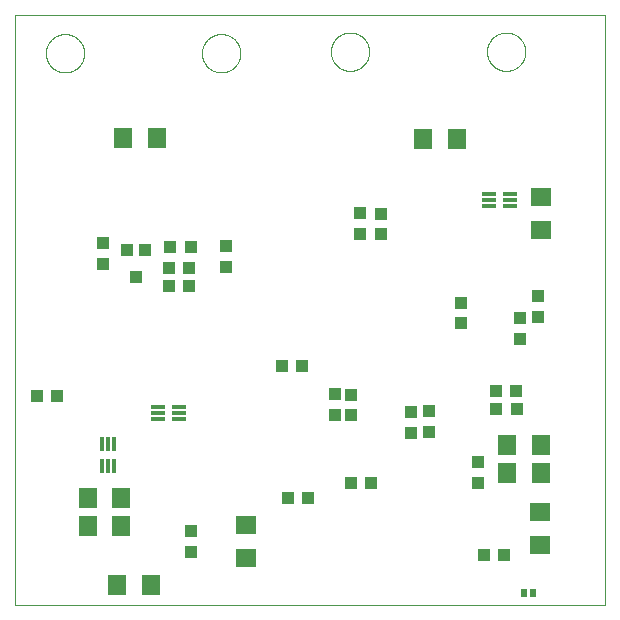
<source format=gbp>
G75*
%MOIN*%
%OFA0B0*%
%FSLAX25Y25*%
%IPPOS*%
%LPD*%
%AMOC8*
5,1,8,0,0,1.08239X$1,22.5*
%
%ADD10C,0.00000*%
%ADD11R,0.04134X0.04252*%
%ADD12R,0.04252X0.04134*%
%ADD13R,0.03937X0.04331*%
%ADD14R,0.04331X0.03937*%
%ADD15R,0.07087X0.06299*%
%ADD16R,0.03937X0.03937*%
%ADD17R,0.06299X0.07087*%
%ADD18R,0.04724X0.01181*%
%ADD19R,0.01969X0.03150*%
%ADD20R,0.01181X0.04724*%
D10*
X0125000Y0011800D02*
X0125000Y0208650D01*
X0321850Y0208650D01*
X0321850Y0011800D01*
X0125000Y0011800D01*
X0135352Y0195800D02*
X0135354Y0195960D01*
X0135360Y0196119D01*
X0135370Y0196278D01*
X0135384Y0196437D01*
X0135402Y0196596D01*
X0135423Y0196754D01*
X0135449Y0196911D01*
X0135479Y0197068D01*
X0135512Y0197224D01*
X0135550Y0197379D01*
X0135591Y0197533D01*
X0135636Y0197686D01*
X0135685Y0197838D01*
X0135738Y0197988D01*
X0135794Y0198137D01*
X0135854Y0198285D01*
X0135918Y0198431D01*
X0135986Y0198576D01*
X0136057Y0198719D01*
X0136131Y0198860D01*
X0136209Y0198999D01*
X0136291Y0199136D01*
X0136376Y0199271D01*
X0136464Y0199404D01*
X0136555Y0199535D01*
X0136650Y0199663D01*
X0136748Y0199789D01*
X0136849Y0199913D01*
X0136953Y0200033D01*
X0137060Y0200152D01*
X0137170Y0200267D01*
X0137283Y0200380D01*
X0137398Y0200490D01*
X0137517Y0200597D01*
X0137637Y0200701D01*
X0137761Y0200802D01*
X0137887Y0200900D01*
X0138015Y0200995D01*
X0138146Y0201086D01*
X0138279Y0201174D01*
X0138414Y0201259D01*
X0138551Y0201341D01*
X0138690Y0201419D01*
X0138831Y0201493D01*
X0138974Y0201564D01*
X0139119Y0201632D01*
X0139265Y0201696D01*
X0139413Y0201756D01*
X0139562Y0201812D01*
X0139712Y0201865D01*
X0139864Y0201914D01*
X0140017Y0201959D01*
X0140171Y0202000D01*
X0140326Y0202038D01*
X0140482Y0202071D01*
X0140639Y0202101D01*
X0140796Y0202127D01*
X0140954Y0202148D01*
X0141113Y0202166D01*
X0141272Y0202180D01*
X0141431Y0202190D01*
X0141590Y0202196D01*
X0141750Y0202198D01*
X0141910Y0202196D01*
X0142069Y0202190D01*
X0142228Y0202180D01*
X0142387Y0202166D01*
X0142546Y0202148D01*
X0142704Y0202127D01*
X0142861Y0202101D01*
X0143018Y0202071D01*
X0143174Y0202038D01*
X0143329Y0202000D01*
X0143483Y0201959D01*
X0143636Y0201914D01*
X0143788Y0201865D01*
X0143938Y0201812D01*
X0144087Y0201756D01*
X0144235Y0201696D01*
X0144381Y0201632D01*
X0144526Y0201564D01*
X0144669Y0201493D01*
X0144810Y0201419D01*
X0144949Y0201341D01*
X0145086Y0201259D01*
X0145221Y0201174D01*
X0145354Y0201086D01*
X0145485Y0200995D01*
X0145613Y0200900D01*
X0145739Y0200802D01*
X0145863Y0200701D01*
X0145983Y0200597D01*
X0146102Y0200490D01*
X0146217Y0200380D01*
X0146330Y0200267D01*
X0146440Y0200152D01*
X0146547Y0200033D01*
X0146651Y0199913D01*
X0146752Y0199789D01*
X0146850Y0199663D01*
X0146945Y0199535D01*
X0147036Y0199404D01*
X0147124Y0199271D01*
X0147209Y0199136D01*
X0147291Y0198999D01*
X0147369Y0198860D01*
X0147443Y0198719D01*
X0147514Y0198576D01*
X0147582Y0198431D01*
X0147646Y0198285D01*
X0147706Y0198137D01*
X0147762Y0197988D01*
X0147815Y0197838D01*
X0147864Y0197686D01*
X0147909Y0197533D01*
X0147950Y0197379D01*
X0147988Y0197224D01*
X0148021Y0197068D01*
X0148051Y0196911D01*
X0148077Y0196754D01*
X0148098Y0196596D01*
X0148116Y0196437D01*
X0148130Y0196278D01*
X0148140Y0196119D01*
X0148146Y0195960D01*
X0148148Y0195800D01*
X0148146Y0195640D01*
X0148140Y0195481D01*
X0148130Y0195322D01*
X0148116Y0195163D01*
X0148098Y0195004D01*
X0148077Y0194846D01*
X0148051Y0194689D01*
X0148021Y0194532D01*
X0147988Y0194376D01*
X0147950Y0194221D01*
X0147909Y0194067D01*
X0147864Y0193914D01*
X0147815Y0193762D01*
X0147762Y0193612D01*
X0147706Y0193463D01*
X0147646Y0193315D01*
X0147582Y0193169D01*
X0147514Y0193024D01*
X0147443Y0192881D01*
X0147369Y0192740D01*
X0147291Y0192601D01*
X0147209Y0192464D01*
X0147124Y0192329D01*
X0147036Y0192196D01*
X0146945Y0192065D01*
X0146850Y0191937D01*
X0146752Y0191811D01*
X0146651Y0191687D01*
X0146547Y0191567D01*
X0146440Y0191448D01*
X0146330Y0191333D01*
X0146217Y0191220D01*
X0146102Y0191110D01*
X0145983Y0191003D01*
X0145863Y0190899D01*
X0145739Y0190798D01*
X0145613Y0190700D01*
X0145485Y0190605D01*
X0145354Y0190514D01*
X0145221Y0190426D01*
X0145086Y0190341D01*
X0144949Y0190259D01*
X0144810Y0190181D01*
X0144669Y0190107D01*
X0144526Y0190036D01*
X0144381Y0189968D01*
X0144235Y0189904D01*
X0144087Y0189844D01*
X0143938Y0189788D01*
X0143788Y0189735D01*
X0143636Y0189686D01*
X0143483Y0189641D01*
X0143329Y0189600D01*
X0143174Y0189562D01*
X0143018Y0189529D01*
X0142861Y0189499D01*
X0142704Y0189473D01*
X0142546Y0189452D01*
X0142387Y0189434D01*
X0142228Y0189420D01*
X0142069Y0189410D01*
X0141910Y0189404D01*
X0141750Y0189402D01*
X0141590Y0189404D01*
X0141431Y0189410D01*
X0141272Y0189420D01*
X0141113Y0189434D01*
X0140954Y0189452D01*
X0140796Y0189473D01*
X0140639Y0189499D01*
X0140482Y0189529D01*
X0140326Y0189562D01*
X0140171Y0189600D01*
X0140017Y0189641D01*
X0139864Y0189686D01*
X0139712Y0189735D01*
X0139562Y0189788D01*
X0139413Y0189844D01*
X0139265Y0189904D01*
X0139119Y0189968D01*
X0138974Y0190036D01*
X0138831Y0190107D01*
X0138690Y0190181D01*
X0138551Y0190259D01*
X0138414Y0190341D01*
X0138279Y0190426D01*
X0138146Y0190514D01*
X0138015Y0190605D01*
X0137887Y0190700D01*
X0137761Y0190798D01*
X0137637Y0190899D01*
X0137517Y0191003D01*
X0137398Y0191110D01*
X0137283Y0191220D01*
X0137170Y0191333D01*
X0137060Y0191448D01*
X0136953Y0191567D01*
X0136849Y0191687D01*
X0136748Y0191811D01*
X0136650Y0191937D01*
X0136555Y0192065D01*
X0136464Y0192196D01*
X0136376Y0192329D01*
X0136291Y0192464D01*
X0136209Y0192601D01*
X0136131Y0192740D01*
X0136057Y0192881D01*
X0135986Y0193024D01*
X0135918Y0193169D01*
X0135854Y0193315D01*
X0135794Y0193463D01*
X0135738Y0193612D01*
X0135685Y0193762D01*
X0135636Y0193914D01*
X0135591Y0194067D01*
X0135550Y0194221D01*
X0135512Y0194376D01*
X0135479Y0194532D01*
X0135449Y0194689D01*
X0135423Y0194846D01*
X0135402Y0195004D01*
X0135384Y0195163D01*
X0135370Y0195322D01*
X0135360Y0195481D01*
X0135354Y0195640D01*
X0135352Y0195800D01*
X0187399Y0195800D02*
X0187401Y0195960D01*
X0187407Y0196119D01*
X0187417Y0196278D01*
X0187431Y0196437D01*
X0187449Y0196596D01*
X0187470Y0196754D01*
X0187496Y0196911D01*
X0187526Y0197068D01*
X0187559Y0197224D01*
X0187597Y0197379D01*
X0187638Y0197533D01*
X0187683Y0197686D01*
X0187732Y0197838D01*
X0187785Y0197988D01*
X0187841Y0198137D01*
X0187901Y0198285D01*
X0187965Y0198431D01*
X0188033Y0198576D01*
X0188104Y0198719D01*
X0188178Y0198860D01*
X0188256Y0198999D01*
X0188338Y0199136D01*
X0188423Y0199271D01*
X0188511Y0199404D01*
X0188602Y0199535D01*
X0188697Y0199663D01*
X0188795Y0199789D01*
X0188896Y0199913D01*
X0189000Y0200033D01*
X0189107Y0200152D01*
X0189217Y0200267D01*
X0189330Y0200380D01*
X0189445Y0200490D01*
X0189564Y0200597D01*
X0189684Y0200701D01*
X0189808Y0200802D01*
X0189934Y0200900D01*
X0190062Y0200995D01*
X0190193Y0201086D01*
X0190326Y0201174D01*
X0190461Y0201259D01*
X0190598Y0201341D01*
X0190737Y0201419D01*
X0190878Y0201493D01*
X0191021Y0201564D01*
X0191166Y0201632D01*
X0191312Y0201696D01*
X0191460Y0201756D01*
X0191609Y0201812D01*
X0191759Y0201865D01*
X0191911Y0201914D01*
X0192064Y0201959D01*
X0192218Y0202000D01*
X0192373Y0202038D01*
X0192529Y0202071D01*
X0192686Y0202101D01*
X0192843Y0202127D01*
X0193001Y0202148D01*
X0193160Y0202166D01*
X0193319Y0202180D01*
X0193478Y0202190D01*
X0193637Y0202196D01*
X0193797Y0202198D01*
X0193957Y0202196D01*
X0194116Y0202190D01*
X0194275Y0202180D01*
X0194434Y0202166D01*
X0194593Y0202148D01*
X0194751Y0202127D01*
X0194908Y0202101D01*
X0195065Y0202071D01*
X0195221Y0202038D01*
X0195376Y0202000D01*
X0195530Y0201959D01*
X0195683Y0201914D01*
X0195835Y0201865D01*
X0195985Y0201812D01*
X0196134Y0201756D01*
X0196282Y0201696D01*
X0196428Y0201632D01*
X0196573Y0201564D01*
X0196716Y0201493D01*
X0196857Y0201419D01*
X0196996Y0201341D01*
X0197133Y0201259D01*
X0197268Y0201174D01*
X0197401Y0201086D01*
X0197532Y0200995D01*
X0197660Y0200900D01*
X0197786Y0200802D01*
X0197910Y0200701D01*
X0198030Y0200597D01*
X0198149Y0200490D01*
X0198264Y0200380D01*
X0198377Y0200267D01*
X0198487Y0200152D01*
X0198594Y0200033D01*
X0198698Y0199913D01*
X0198799Y0199789D01*
X0198897Y0199663D01*
X0198992Y0199535D01*
X0199083Y0199404D01*
X0199171Y0199271D01*
X0199256Y0199136D01*
X0199338Y0198999D01*
X0199416Y0198860D01*
X0199490Y0198719D01*
X0199561Y0198576D01*
X0199629Y0198431D01*
X0199693Y0198285D01*
X0199753Y0198137D01*
X0199809Y0197988D01*
X0199862Y0197838D01*
X0199911Y0197686D01*
X0199956Y0197533D01*
X0199997Y0197379D01*
X0200035Y0197224D01*
X0200068Y0197068D01*
X0200098Y0196911D01*
X0200124Y0196754D01*
X0200145Y0196596D01*
X0200163Y0196437D01*
X0200177Y0196278D01*
X0200187Y0196119D01*
X0200193Y0195960D01*
X0200195Y0195800D01*
X0200193Y0195640D01*
X0200187Y0195481D01*
X0200177Y0195322D01*
X0200163Y0195163D01*
X0200145Y0195004D01*
X0200124Y0194846D01*
X0200098Y0194689D01*
X0200068Y0194532D01*
X0200035Y0194376D01*
X0199997Y0194221D01*
X0199956Y0194067D01*
X0199911Y0193914D01*
X0199862Y0193762D01*
X0199809Y0193612D01*
X0199753Y0193463D01*
X0199693Y0193315D01*
X0199629Y0193169D01*
X0199561Y0193024D01*
X0199490Y0192881D01*
X0199416Y0192740D01*
X0199338Y0192601D01*
X0199256Y0192464D01*
X0199171Y0192329D01*
X0199083Y0192196D01*
X0198992Y0192065D01*
X0198897Y0191937D01*
X0198799Y0191811D01*
X0198698Y0191687D01*
X0198594Y0191567D01*
X0198487Y0191448D01*
X0198377Y0191333D01*
X0198264Y0191220D01*
X0198149Y0191110D01*
X0198030Y0191003D01*
X0197910Y0190899D01*
X0197786Y0190798D01*
X0197660Y0190700D01*
X0197532Y0190605D01*
X0197401Y0190514D01*
X0197268Y0190426D01*
X0197133Y0190341D01*
X0196996Y0190259D01*
X0196857Y0190181D01*
X0196716Y0190107D01*
X0196573Y0190036D01*
X0196428Y0189968D01*
X0196282Y0189904D01*
X0196134Y0189844D01*
X0195985Y0189788D01*
X0195835Y0189735D01*
X0195683Y0189686D01*
X0195530Y0189641D01*
X0195376Y0189600D01*
X0195221Y0189562D01*
X0195065Y0189529D01*
X0194908Y0189499D01*
X0194751Y0189473D01*
X0194593Y0189452D01*
X0194434Y0189434D01*
X0194275Y0189420D01*
X0194116Y0189410D01*
X0193957Y0189404D01*
X0193797Y0189402D01*
X0193637Y0189404D01*
X0193478Y0189410D01*
X0193319Y0189420D01*
X0193160Y0189434D01*
X0193001Y0189452D01*
X0192843Y0189473D01*
X0192686Y0189499D01*
X0192529Y0189529D01*
X0192373Y0189562D01*
X0192218Y0189600D01*
X0192064Y0189641D01*
X0191911Y0189686D01*
X0191759Y0189735D01*
X0191609Y0189788D01*
X0191460Y0189844D01*
X0191312Y0189904D01*
X0191166Y0189968D01*
X0191021Y0190036D01*
X0190878Y0190107D01*
X0190737Y0190181D01*
X0190598Y0190259D01*
X0190461Y0190341D01*
X0190326Y0190426D01*
X0190193Y0190514D01*
X0190062Y0190605D01*
X0189934Y0190700D01*
X0189808Y0190798D01*
X0189684Y0190899D01*
X0189564Y0191003D01*
X0189445Y0191110D01*
X0189330Y0191220D01*
X0189217Y0191333D01*
X0189107Y0191448D01*
X0189000Y0191567D01*
X0188896Y0191687D01*
X0188795Y0191811D01*
X0188697Y0191937D01*
X0188602Y0192065D01*
X0188511Y0192196D01*
X0188423Y0192329D01*
X0188338Y0192464D01*
X0188256Y0192601D01*
X0188178Y0192740D01*
X0188104Y0192881D01*
X0188033Y0193024D01*
X0187965Y0193169D01*
X0187901Y0193315D01*
X0187841Y0193463D01*
X0187785Y0193612D01*
X0187732Y0193762D01*
X0187683Y0193914D01*
X0187638Y0194067D01*
X0187597Y0194221D01*
X0187559Y0194376D01*
X0187526Y0194532D01*
X0187496Y0194689D01*
X0187470Y0194846D01*
X0187449Y0195004D01*
X0187431Y0195163D01*
X0187417Y0195322D01*
X0187407Y0195481D01*
X0187401Y0195640D01*
X0187399Y0195800D01*
X0230352Y0196300D02*
X0230354Y0196460D01*
X0230360Y0196619D01*
X0230370Y0196778D01*
X0230384Y0196937D01*
X0230402Y0197096D01*
X0230423Y0197254D01*
X0230449Y0197411D01*
X0230479Y0197568D01*
X0230512Y0197724D01*
X0230550Y0197879D01*
X0230591Y0198033D01*
X0230636Y0198186D01*
X0230685Y0198338D01*
X0230738Y0198488D01*
X0230794Y0198637D01*
X0230854Y0198785D01*
X0230918Y0198931D01*
X0230986Y0199076D01*
X0231057Y0199219D01*
X0231131Y0199360D01*
X0231209Y0199499D01*
X0231291Y0199636D01*
X0231376Y0199771D01*
X0231464Y0199904D01*
X0231555Y0200035D01*
X0231650Y0200163D01*
X0231748Y0200289D01*
X0231849Y0200413D01*
X0231953Y0200533D01*
X0232060Y0200652D01*
X0232170Y0200767D01*
X0232283Y0200880D01*
X0232398Y0200990D01*
X0232517Y0201097D01*
X0232637Y0201201D01*
X0232761Y0201302D01*
X0232887Y0201400D01*
X0233015Y0201495D01*
X0233146Y0201586D01*
X0233279Y0201674D01*
X0233414Y0201759D01*
X0233551Y0201841D01*
X0233690Y0201919D01*
X0233831Y0201993D01*
X0233974Y0202064D01*
X0234119Y0202132D01*
X0234265Y0202196D01*
X0234413Y0202256D01*
X0234562Y0202312D01*
X0234712Y0202365D01*
X0234864Y0202414D01*
X0235017Y0202459D01*
X0235171Y0202500D01*
X0235326Y0202538D01*
X0235482Y0202571D01*
X0235639Y0202601D01*
X0235796Y0202627D01*
X0235954Y0202648D01*
X0236113Y0202666D01*
X0236272Y0202680D01*
X0236431Y0202690D01*
X0236590Y0202696D01*
X0236750Y0202698D01*
X0236910Y0202696D01*
X0237069Y0202690D01*
X0237228Y0202680D01*
X0237387Y0202666D01*
X0237546Y0202648D01*
X0237704Y0202627D01*
X0237861Y0202601D01*
X0238018Y0202571D01*
X0238174Y0202538D01*
X0238329Y0202500D01*
X0238483Y0202459D01*
X0238636Y0202414D01*
X0238788Y0202365D01*
X0238938Y0202312D01*
X0239087Y0202256D01*
X0239235Y0202196D01*
X0239381Y0202132D01*
X0239526Y0202064D01*
X0239669Y0201993D01*
X0239810Y0201919D01*
X0239949Y0201841D01*
X0240086Y0201759D01*
X0240221Y0201674D01*
X0240354Y0201586D01*
X0240485Y0201495D01*
X0240613Y0201400D01*
X0240739Y0201302D01*
X0240863Y0201201D01*
X0240983Y0201097D01*
X0241102Y0200990D01*
X0241217Y0200880D01*
X0241330Y0200767D01*
X0241440Y0200652D01*
X0241547Y0200533D01*
X0241651Y0200413D01*
X0241752Y0200289D01*
X0241850Y0200163D01*
X0241945Y0200035D01*
X0242036Y0199904D01*
X0242124Y0199771D01*
X0242209Y0199636D01*
X0242291Y0199499D01*
X0242369Y0199360D01*
X0242443Y0199219D01*
X0242514Y0199076D01*
X0242582Y0198931D01*
X0242646Y0198785D01*
X0242706Y0198637D01*
X0242762Y0198488D01*
X0242815Y0198338D01*
X0242864Y0198186D01*
X0242909Y0198033D01*
X0242950Y0197879D01*
X0242988Y0197724D01*
X0243021Y0197568D01*
X0243051Y0197411D01*
X0243077Y0197254D01*
X0243098Y0197096D01*
X0243116Y0196937D01*
X0243130Y0196778D01*
X0243140Y0196619D01*
X0243146Y0196460D01*
X0243148Y0196300D01*
X0243146Y0196140D01*
X0243140Y0195981D01*
X0243130Y0195822D01*
X0243116Y0195663D01*
X0243098Y0195504D01*
X0243077Y0195346D01*
X0243051Y0195189D01*
X0243021Y0195032D01*
X0242988Y0194876D01*
X0242950Y0194721D01*
X0242909Y0194567D01*
X0242864Y0194414D01*
X0242815Y0194262D01*
X0242762Y0194112D01*
X0242706Y0193963D01*
X0242646Y0193815D01*
X0242582Y0193669D01*
X0242514Y0193524D01*
X0242443Y0193381D01*
X0242369Y0193240D01*
X0242291Y0193101D01*
X0242209Y0192964D01*
X0242124Y0192829D01*
X0242036Y0192696D01*
X0241945Y0192565D01*
X0241850Y0192437D01*
X0241752Y0192311D01*
X0241651Y0192187D01*
X0241547Y0192067D01*
X0241440Y0191948D01*
X0241330Y0191833D01*
X0241217Y0191720D01*
X0241102Y0191610D01*
X0240983Y0191503D01*
X0240863Y0191399D01*
X0240739Y0191298D01*
X0240613Y0191200D01*
X0240485Y0191105D01*
X0240354Y0191014D01*
X0240221Y0190926D01*
X0240086Y0190841D01*
X0239949Y0190759D01*
X0239810Y0190681D01*
X0239669Y0190607D01*
X0239526Y0190536D01*
X0239381Y0190468D01*
X0239235Y0190404D01*
X0239087Y0190344D01*
X0238938Y0190288D01*
X0238788Y0190235D01*
X0238636Y0190186D01*
X0238483Y0190141D01*
X0238329Y0190100D01*
X0238174Y0190062D01*
X0238018Y0190029D01*
X0237861Y0189999D01*
X0237704Y0189973D01*
X0237546Y0189952D01*
X0237387Y0189934D01*
X0237228Y0189920D01*
X0237069Y0189910D01*
X0236910Y0189904D01*
X0236750Y0189902D01*
X0236590Y0189904D01*
X0236431Y0189910D01*
X0236272Y0189920D01*
X0236113Y0189934D01*
X0235954Y0189952D01*
X0235796Y0189973D01*
X0235639Y0189999D01*
X0235482Y0190029D01*
X0235326Y0190062D01*
X0235171Y0190100D01*
X0235017Y0190141D01*
X0234864Y0190186D01*
X0234712Y0190235D01*
X0234562Y0190288D01*
X0234413Y0190344D01*
X0234265Y0190404D01*
X0234119Y0190468D01*
X0233974Y0190536D01*
X0233831Y0190607D01*
X0233690Y0190681D01*
X0233551Y0190759D01*
X0233414Y0190841D01*
X0233279Y0190926D01*
X0233146Y0191014D01*
X0233015Y0191105D01*
X0232887Y0191200D01*
X0232761Y0191298D01*
X0232637Y0191399D01*
X0232517Y0191503D01*
X0232398Y0191610D01*
X0232283Y0191720D01*
X0232170Y0191833D01*
X0232060Y0191948D01*
X0231953Y0192067D01*
X0231849Y0192187D01*
X0231748Y0192311D01*
X0231650Y0192437D01*
X0231555Y0192565D01*
X0231464Y0192696D01*
X0231376Y0192829D01*
X0231291Y0192964D01*
X0231209Y0193101D01*
X0231131Y0193240D01*
X0231057Y0193381D01*
X0230986Y0193524D01*
X0230918Y0193669D01*
X0230854Y0193815D01*
X0230794Y0193963D01*
X0230738Y0194112D01*
X0230685Y0194262D01*
X0230636Y0194414D01*
X0230591Y0194567D01*
X0230550Y0194721D01*
X0230512Y0194876D01*
X0230479Y0195032D01*
X0230449Y0195189D01*
X0230423Y0195346D01*
X0230402Y0195504D01*
X0230384Y0195663D01*
X0230370Y0195822D01*
X0230360Y0195981D01*
X0230354Y0196140D01*
X0230352Y0196300D01*
X0282399Y0196300D02*
X0282401Y0196460D01*
X0282407Y0196619D01*
X0282417Y0196778D01*
X0282431Y0196937D01*
X0282449Y0197096D01*
X0282470Y0197254D01*
X0282496Y0197411D01*
X0282526Y0197568D01*
X0282559Y0197724D01*
X0282597Y0197879D01*
X0282638Y0198033D01*
X0282683Y0198186D01*
X0282732Y0198338D01*
X0282785Y0198488D01*
X0282841Y0198637D01*
X0282901Y0198785D01*
X0282965Y0198931D01*
X0283033Y0199076D01*
X0283104Y0199219D01*
X0283178Y0199360D01*
X0283256Y0199499D01*
X0283338Y0199636D01*
X0283423Y0199771D01*
X0283511Y0199904D01*
X0283602Y0200035D01*
X0283697Y0200163D01*
X0283795Y0200289D01*
X0283896Y0200413D01*
X0284000Y0200533D01*
X0284107Y0200652D01*
X0284217Y0200767D01*
X0284330Y0200880D01*
X0284445Y0200990D01*
X0284564Y0201097D01*
X0284684Y0201201D01*
X0284808Y0201302D01*
X0284934Y0201400D01*
X0285062Y0201495D01*
X0285193Y0201586D01*
X0285326Y0201674D01*
X0285461Y0201759D01*
X0285598Y0201841D01*
X0285737Y0201919D01*
X0285878Y0201993D01*
X0286021Y0202064D01*
X0286166Y0202132D01*
X0286312Y0202196D01*
X0286460Y0202256D01*
X0286609Y0202312D01*
X0286759Y0202365D01*
X0286911Y0202414D01*
X0287064Y0202459D01*
X0287218Y0202500D01*
X0287373Y0202538D01*
X0287529Y0202571D01*
X0287686Y0202601D01*
X0287843Y0202627D01*
X0288001Y0202648D01*
X0288160Y0202666D01*
X0288319Y0202680D01*
X0288478Y0202690D01*
X0288637Y0202696D01*
X0288797Y0202698D01*
X0288957Y0202696D01*
X0289116Y0202690D01*
X0289275Y0202680D01*
X0289434Y0202666D01*
X0289593Y0202648D01*
X0289751Y0202627D01*
X0289908Y0202601D01*
X0290065Y0202571D01*
X0290221Y0202538D01*
X0290376Y0202500D01*
X0290530Y0202459D01*
X0290683Y0202414D01*
X0290835Y0202365D01*
X0290985Y0202312D01*
X0291134Y0202256D01*
X0291282Y0202196D01*
X0291428Y0202132D01*
X0291573Y0202064D01*
X0291716Y0201993D01*
X0291857Y0201919D01*
X0291996Y0201841D01*
X0292133Y0201759D01*
X0292268Y0201674D01*
X0292401Y0201586D01*
X0292532Y0201495D01*
X0292660Y0201400D01*
X0292786Y0201302D01*
X0292910Y0201201D01*
X0293030Y0201097D01*
X0293149Y0200990D01*
X0293264Y0200880D01*
X0293377Y0200767D01*
X0293487Y0200652D01*
X0293594Y0200533D01*
X0293698Y0200413D01*
X0293799Y0200289D01*
X0293897Y0200163D01*
X0293992Y0200035D01*
X0294083Y0199904D01*
X0294171Y0199771D01*
X0294256Y0199636D01*
X0294338Y0199499D01*
X0294416Y0199360D01*
X0294490Y0199219D01*
X0294561Y0199076D01*
X0294629Y0198931D01*
X0294693Y0198785D01*
X0294753Y0198637D01*
X0294809Y0198488D01*
X0294862Y0198338D01*
X0294911Y0198186D01*
X0294956Y0198033D01*
X0294997Y0197879D01*
X0295035Y0197724D01*
X0295068Y0197568D01*
X0295098Y0197411D01*
X0295124Y0197254D01*
X0295145Y0197096D01*
X0295163Y0196937D01*
X0295177Y0196778D01*
X0295187Y0196619D01*
X0295193Y0196460D01*
X0295195Y0196300D01*
X0295193Y0196140D01*
X0295187Y0195981D01*
X0295177Y0195822D01*
X0295163Y0195663D01*
X0295145Y0195504D01*
X0295124Y0195346D01*
X0295098Y0195189D01*
X0295068Y0195032D01*
X0295035Y0194876D01*
X0294997Y0194721D01*
X0294956Y0194567D01*
X0294911Y0194414D01*
X0294862Y0194262D01*
X0294809Y0194112D01*
X0294753Y0193963D01*
X0294693Y0193815D01*
X0294629Y0193669D01*
X0294561Y0193524D01*
X0294490Y0193381D01*
X0294416Y0193240D01*
X0294338Y0193101D01*
X0294256Y0192964D01*
X0294171Y0192829D01*
X0294083Y0192696D01*
X0293992Y0192565D01*
X0293897Y0192437D01*
X0293799Y0192311D01*
X0293698Y0192187D01*
X0293594Y0192067D01*
X0293487Y0191948D01*
X0293377Y0191833D01*
X0293264Y0191720D01*
X0293149Y0191610D01*
X0293030Y0191503D01*
X0292910Y0191399D01*
X0292786Y0191298D01*
X0292660Y0191200D01*
X0292532Y0191105D01*
X0292401Y0191014D01*
X0292268Y0190926D01*
X0292133Y0190841D01*
X0291996Y0190759D01*
X0291857Y0190681D01*
X0291716Y0190607D01*
X0291573Y0190536D01*
X0291428Y0190468D01*
X0291282Y0190404D01*
X0291134Y0190344D01*
X0290985Y0190288D01*
X0290835Y0190235D01*
X0290683Y0190186D01*
X0290530Y0190141D01*
X0290376Y0190100D01*
X0290221Y0190062D01*
X0290065Y0190029D01*
X0289908Y0189999D01*
X0289751Y0189973D01*
X0289593Y0189952D01*
X0289434Y0189934D01*
X0289275Y0189920D01*
X0289116Y0189910D01*
X0288957Y0189904D01*
X0288797Y0189902D01*
X0288637Y0189904D01*
X0288478Y0189910D01*
X0288319Y0189920D01*
X0288160Y0189934D01*
X0288001Y0189952D01*
X0287843Y0189973D01*
X0287686Y0189999D01*
X0287529Y0190029D01*
X0287373Y0190062D01*
X0287218Y0190100D01*
X0287064Y0190141D01*
X0286911Y0190186D01*
X0286759Y0190235D01*
X0286609Y0190288D01*
X0286460Y0190344D01*
X0286312Y0190404D01*
X0286166Y0190468D01*
X0286021Y0190536D01*
X0285878Y0190607D01*
X0285737Y0190681D01*
X0285598Y0190759D01*
X0285461Y0190841D01*
X0285326Y0190926D01*
X0285193Y0191014D01*
X0285062Y0191105D01*
X0284934Y0191200D01*
X0284808Y0191298D01*
X0284684Y0191399D01*
X0284564Y0191503D01*
X0284445Y0191610D01*
X0284330Y0191720D01*
X0284217Y0191833D01*
X0284107Y0191948D01*
X0284000Y0192067D01*
X0283896Y0192187D01*
X0283795Y0192311D01*
X0283697Y0192437D01*
X0283602Y0192565D01*
X0283511Y0192696D01*
X0283423Y0192829D01*
X0283338Y0192964D01*
X0283256Y0193101D01*
X0283178Y0193240D01*
X0283104Y0193381D01*
X0283033Y0193524D01*
X0282965Y0193669D01*
X0282901Y0193815D01*
X0282841Y0193963D01*
X0282785Y0194112D01*
X0282732Y0194262D01*
X0282683Y0194414D01*
X0282638Y0194567D01*
X0282597Y0194721D01*
X0282559Y0194876D01*
X0282526Y0195032D01*
X0282496Y0195189D01*
X0282470Y0195346D01*
X0282449Y0195504D01*
X0282431Y0195663D01*
X0282417Y0195822D01*
X0282407Y0195981D01*
X0282401Y0196140D01*
X0282399Y0196300D01*
D11*
X0183195Y0124300D03*
X0183195Y0118050D03*
X0176305Y0118050D03*
X0176305Y0124300D03*
X0139195Y0081550D03*
X0132305Y0081550D03*
X0281305Y0028550D03*
X0288195Y0028550D03*
X0285555Y0077050D03*
X0285305Y0083050D03*
X0292195Y0083050D03*
X0292445Y0077050D03*
D12*
X0263000Y0076495D03*
X0257000Y0076245D03*
X0257000Y0069355D03*
X0263000Y0069605D03*
X0237000Y0075105D03*
X0231750Y0075355D03*
X0231750Y0082245D03*
X0237000Y0081995D03*
X0293250Y0100605D03*
X0293250Y0107495D03*
X0299500Y0107855D03*
X0299500Y0114745D03*
X0195250Y0124605D03*
X0195250Y0131495D03*
D13*
X0154250Y0132396D03*
X0154250Y0125704D03*
X0240000Y0135704D03*
X0247000Y0135454D03*
X0247000Y0142146D03*
X0240000Y0142396D03*
X0273750Y0112646D03*
X0273750Y0105954D03*
X0279250Y0059396D03*
X0279250Y0052704D03*
X0183750Y0036396D03*
X0183750Y0029704D03*
D14*
X0216154Y0047550D03*
X0222846Y0047550D03*
X0237154Y0052550D03*
X0243846Y0052550D03*
X0220846Y0091550D03*
X0214154Y0091550D03*
X0183596Y0131050D03*
X0176904Y0131050D03*
D15*
X0300500Y0136788D03*
X0300500Y0147812D03*
X0300000Y0042812D03*
X0300000Y0031788D03*
X0202000Y0027538D03*
X0202000Y0038562D03*
D16*
X0165500Y0121081D03*
X0162547Y0130137D03*
X0168453Y0130137D03*
D17*
X0172262Y0167550D03*
X0161238Y0167550D03*
X0261238Y0167050D03*
X0272262Y0167050D03*
X0289238Y0065050D03*
X0300262Y0065050D03*
X0300262Y0055800D03*
X0289238Y0055800D03*
X0170262Y0018550D03*
X0159238Y0018550D03*
X0160512Y0038050D03*
X0149488Y0038050D03*
X0149488Y0047550D03*
X0160512Y0047550D03*
D18*
X0172667Y0073831D03*
X0172667Y0075800D03*
X0172667Y0077769D03*
X0179833Y0077769D03*
X0179833Y0075800D03*
X0179833Y0073831D03*
X0282917Y0144831D03*
X0282917Y0146800D03*
X0282917Y0148769D03*
X0290083Y0148769D03*
X0290083Y0146800D03*
X0290083Y0144831D03*
D19*
X0294833Y0015800D03*
X0297667Y0015800D03*
D20*
X0157969Y0058217D03*
X0156000Y0058217D03*
X0154031Y0058217D03*
X0154031Y0065383D03*
X0156000Y0065383D03*
X0157969Y0065383D03*
M02*

</source>
